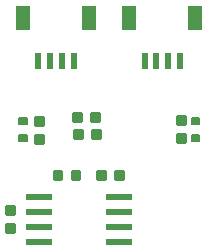
<source format=gbr>
G04 EAGLE Gerber RS-274X export*
G75*
%MOMM*%
%FSLAX34Y34*%
%LPD*%
%AMOC8*
5,1,8,0,0,1.08239X$1,22.5*%
G01*
%ADD10C,0.222250*%
%ADD11C,0.158750*%
%ADD12R,0.600000X1.350000*%
%ADD13R,1.200000X2.000000*%
%ADD14R,2.209800X0.609600*%


D10*
X96134Y847876D02*
X89466Y847876D01*
X89466Y854544D01*
X96134Y854544D01*
X96134Y847876D01*
X96134Y849988D02*
X89466Y849988D01*
X89466Y852100D02*
X96134Y852100D01*
X96134Y854212D02*
X89466Y854212D01*
X104706Y847876D02*
X111374Y847876D01*
X104706Y847876D02*
X104706Y854544D01*
X111374Y854544D01*
X111374Y847876D01*
X111374Y849988D02*
X104706Y849988D01*
X104706Y852100D02*
X111374Y852100D01*
X111374Y854212D02*
X104706Y854212D01*
D11*
X169794Y894604D02*
X169794Y899366D01*
X176206Y899366D01*
X176206Y894604D01*
X169794Y894604D01*
X169794Y896113D02*
X176206Y896113D01*
X176206Y897622D02*
X169794Y897622D01*
X169794Y899131D02*
X176206Y899131D01*
X169794Y885396D02*
X169794Y880634D01*
X169794Y885396D02*
X176206Y885396D01*
X176206Y880634D01*
X169794Y880634D01*
X169794Y882143D02*
X176206Y882143D01*
X176206Y883652D02*
X169794Y883652D01*
X169794Y885161D02*
X176206Y885161D01*
X23794Y894604D02*
X23794Y899366D01*
X30206Y899366D01*
X30206Y894604D01*
X23794Y894604D01*
X23794Y896113D02*
X30206Y896113D01*
X30206Y897622D02*
X23794Y897622D01*
X23794Y899131D02*
X30206Y899131D01*
X23794Y885396D02*
X23794Y880634D01*
X23794Y885396D02*
X30206Y885396D01*
X30206Y880634D01*
X23794Y880634D01*
X23794Y882143D02*
X30206Y882143D01*
X30206Y883652D02*
X23794Y883652D01*
X23794Y885161D02*
X30206Y885161D01*
D12*
X160000Y948000D03*
X150000Y948000D03*
X140000Y948000D03*
X130000Y948000D03*
D13*
X117000Y984750D03*
X173000Y984750D03*
D10*
X164072Y886070D02*
X164072Y879402D01*
X157404Y879402D01*
X157404Y886070D01*
X164072Y886070D01*
X164072Y881514D02*
X157404Y881514D01*
X157404Y883626D02*
X164072Y883626D01*
X164072Y885738D02*
X157404Y885738D01*
X164072Y894642D02*
X164072Y901310D01*
X164072Y894642D02*
X157404Y894642D01*
X157404Y901310D01*
X164072Y901310D01*
X164072Y896754D02*
X157404Y896754D01*
X157404Y898866D02*
X164072Y898866D01*
X164072Y900978D02*
X157404Y900978D01*
X43764Y885276D02*
X43764Y878608D01*
X37096Y878608D01*
X37096Y885276D01*
X43764Y885276D01*
X43764Y880720D02*
X37096Y880720D01*
X37096Y882832D02*
X43764Y882832D01*
X43764Y884944D02*
X37096Y884944D01*
X43764Y893848D02*
X43764Y900516D01*
X43764Y893848D02*
X37096Y893848D01*
X37096Y900516D01*
X43764Y900516D01*
X43764Y895960D02*
X37096Y895960D01*
X37096Y898072D02*
X43764Y898072D01*
X43764Y900184D02*
X37096Y900184D01*
X85094Y903974D02*
X91762Y903974D01*
X91762Y897306D01*
X85094Y897306D01*
X85094Y903974D01*
X85094Y899418D02*
X91762Y899418D01*
X91762Y901530D02*
X85094Y901530D01*
X85094Y903642D02*
X91762Y903642D01*
X76522Y903974D02*
X69854Y903974D01*
X76522Y903974D02*
X76522Y897306D01*
X69854Y897306D01*
X69854Y903974D01*
X69854Y899418D02*
X76522Y899418D01*
X76522Y901530D02*
X69854Y901530D01*
X69854Y903642D02*
X76522Y903642D01*
X85316Y889178D02*
X91984Y889178D01*
X91984Y882510D01*
X85316Y882510D01*
X85316Y889178D01*
X85316Y884622D02*
X91984Y884622D01*
X91984Y886734D02*
X85316Y886734D01*
X85316Y888846D02*
X91984Y888846D01*
X76744Y889178D02*
X70076Y889178D01*
X76744Y889178D02*
X76744Y882510D01*
X70076Y882510D01*
X70076Y889178D01*
X70076Y884622D02*
X76744Y884622D01*
X76744Y886734D02*
X70076Y886734D01*
X70076Y888846D02*
X76744Y888846D01*
D14*
X40684Y832508D03*
X40684Y819808D03*
X40684Y807108D03*
X40684Y794408D03*
X107994Y794408D03*
X107994Y807108D03*
X107994Y819808D03*
X107994Y832508D03*
D10*
X19618Y810252D02*
X19618Y803584D01*
X12950Y803584D01*
X12950Y810252D01*
X19618Y810252D01*
X19618Y805696D02*
X12950Y805696D01*
X12950Y807808D02*
X19618Y807808D01*
X19618Y809920D02*
X12950Y809920D01*
X19618Y818824D02*
X19618Y825492D01*
X19618Y818824D02*
X12950Y818824D01*
X12950Y825492D01*
X19618Y825492D01*
X19618Y820936D02*
X12950Y820936D01*
X12950Y823048D02*
X19618Y823048D01*
X19618Y825160D02*
X12950Y825160D01*
D12*
X70000Y948000D03*
X60000Y948000D03*
X50000Y948000D03*
X40000Y948000D03*
D13*
X27000Y984750D03*
X83000Y984750D03*
D10*
X59722Y847820D02*
X53054Y847820D01*
X53054Y854488D01*
X59722Y854488D01*
X59722Y847820D01*
X59722Y849932D02*
X53054Y849932D01*
X53054Y852044D02*
X59722Y852044D01*
X59722Y854156D02*
X53054Y854156D01*
X68294Y847820D02*
X74962Y847820D01*
X68294Y847820D02*
X68294Y854488D01*
X74962Y854488D01*
X74962Y847820D01*
X74962Y849932D02*
X68294Y849932D01*
X68294Y852044D02*
X74962Y852044D01*
X74962Y854156D02*
X68294Y854156D01*
M02*

</source>
